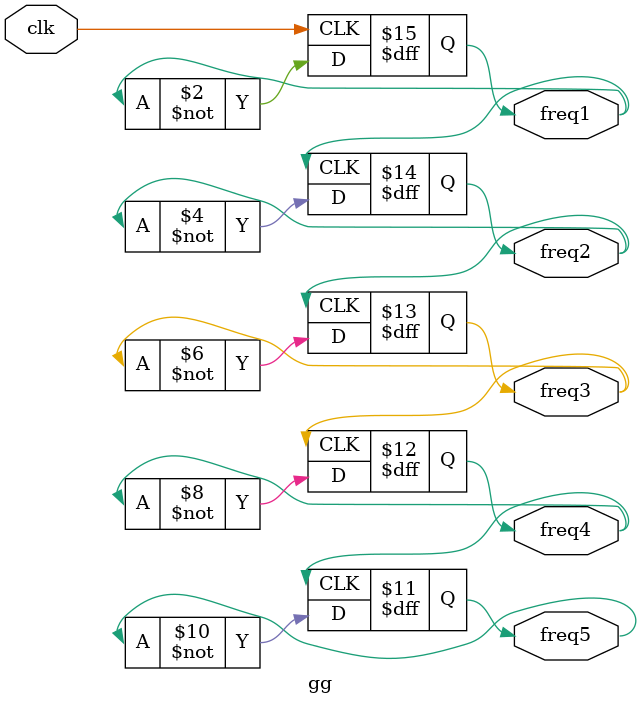
<source format=v>
module gg(
	 clk,
	 freq1,
	 freq2,
	 freq3,
	 freq4,
	 freq5
);
input clk;
output reg freq1;
output reg freq2;
output reg freq3;
output reg freq4;
output reg freq5;


always @ (posedge clk)begin //500kHz
freq1<=~freq1;
end

always @ (posedge freq1)begin //250kHz
freq2<=~freq2;
end

always @ (posedge freq2)begin //125kHz
freq3<=~freq3;
end

always @ (posedge freq3)begin //62.5kHz
freq4<=~freq4;
end

always @ (posedge freq4)begin //31.25kHz
freq5<=~freq5;
end

endmodule
</source>
